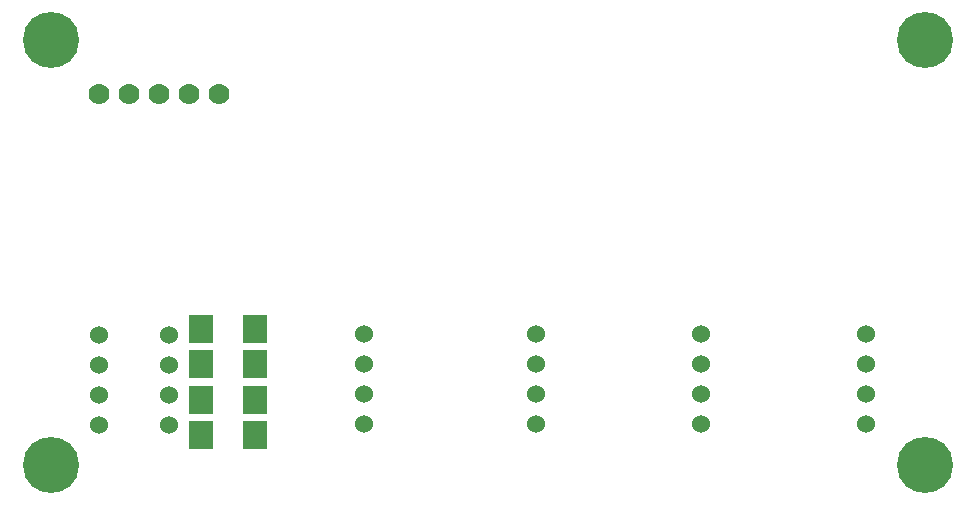
<source format=gbs>
G04 -- Generated By PCBWeb Designer*
%FSLAX24Y24*%
%MOIN*%
%OFA0B0*%
%SFA1.0B1.0*%
%AMROTRECT*21,1,$1,$2,0,0,$3*%
%AMROTOBLONG*1,1,$7,$1,$2*1,1,$7,$3,$4*21,1,$5,$6,0,0,$8*%
%ADD10C,0.025*%
%ADD11R,0.022X0.085*%
%ADD12R,0.032X0.095*%
%ADD13C,0.006*%
%ADD14C,0.0075*%
%ADD15C,0.0235*%
%ADD16C,0.008*%
%ADD17C,0.024*%
%ADD18C,0.05*%
%ADD19C,0.028*%
%ADD20C,0.06*%
%ADD21C,0.035*%
%ADD22C,0.07*%
%ADD23R,0.0433X0.055*%
%ADD24R,0.0533X0.065*%
%ADD25R,0.055X0.0433*%
%ADD26R,0.065X0.0533*%
%ADD27C,0.1772*%
%ADD28C,0.128*%
%ADD29C,0.1872*%
%ADD30C,0.0059*%
%ADD31R,0.0276X0.0236*%
%ADD32R,0.0376X0.0336*%
%ADD33C,0.01*%
%ADD34C,0.0039*%
%ADD35C,0.0199*%
%ADD36R,0.07X0.085*%
%ADD37R,0.08X0.095*%
%ADD38R,0.0276X0.0787*%
%ADD39R,0.0376X0.0887*%
%ADD40R,0.0236X0.0276*%
%ADD41R,0.0336X0.0376*%
%ADD42C,0.0*%
%ADD43C,0.0394*%
%ADD44C,0.0258*%
%ADD45C,0.0098*%
G01*
%LNSTD*%
%LPD*%
G54D20*
X3150Y5906D03*
X3150Y4906D03*
X3150Y3906D03*
X3150Y2906D03*
X12008Y2953D03*
X12008Y3953D03*
X12008Y4953D03*
X12008Y5953D03*
X17717Y2953D03*
X17717Y3953D03*
X17717Y4953D03*
X17717Y5953D03*
X23228Y2953D03*
X23228Y3953D03*
X23228Y4953D03*
X23228Y5953D03*
X28740Y2953D03*
X28740Y3953D03*
X28740Y4953D03*
X28740Y5953D03*
G54D22*
X7154Y13925D03*
X6154Y13925D03*
X5154Y13925D03*
X4154Y13925D03*
X3154Y13925D03*
G54D20*
X5512Y5906D03*
X5512Y4906D03*
X5512Y3906D03*
X5512Y2906D03*
G54D29*
X1575Y1575D03*
X1575Y15748D03*
G54D37*
X6580Y2559D03*
X8380Y2559D03*
X8380Y3740D03*
X6580Y3740D03*
X6580Y6102D03*
X8380Y6102D03*
X8380Y4921D03*
X6580Y4921D03*
G54D29*
X30709Y1575D03*
X30709Y15748D03*
M02*

</source>
